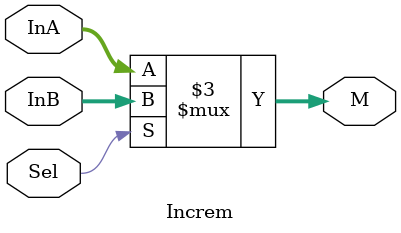
<source format=v>
`timescale 1ns / 1ps
module Increm(
    input [7:0] InA,
    input [7:0] InB,
    input Sel,
    output [7:0] M
    );

	reg [7:0] M;
	
	always@(*)
	begin 
		if (Sel)
			M = InB;
		else 
			M = InA;
	end

endmodule

</source>
